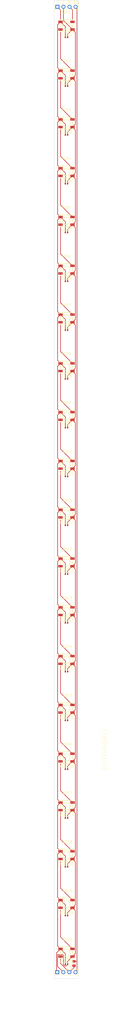
<source format=kicad_pcb>
(kicad_pcb (version 20221018) (generator pcbnew)
  (layers (0 "F.Cu" signal) (31 "B.Cu" signal) (34 "B.Paste" user) (35 "F.Paste" user) (36 "B.SilkS" user "B.Silkscreen") (37 "F.SilkS" user "F.Silkscreen") (38 "B.Mask" user) (39 "F.Mask" user) (44 "Edge.Cuts" user))
  (net 0 "")
  (net 1 "gnd")
  (net 2 "vcc")
  (net 3 "do")
  (net 4 "do-1")
  (net 5 "do-2")
  (net 6 "do-3")
  (net 7 "do-4")
  (net 8 "do-5")
  (net 9 "do-6")
  (net 10 "do-7")
  (net 11 "do-8")
  (net 12 "do-9")
  (net 13 "do-10")
  (net 14 "do-11")
  (net 15 "do-12")
  (net 16 "do-13")
  (net 17 "do-14")
  (net 18 "do-15")
  (net 19 "do-16")
  (net 20 "do-17")
  (net 21 "do-18")
  (net 22 "p4")
  (net 23 "p3")
  (net 24 "p3-1")
  (footprint "lib:C0402" (layer "F.Cu") (at 48.36569 126.844893)
    (fp_text reference "CLED4" (at 0 -1.16) (layer "F.SilkS"))
    (fp_text value "Multilayer Ceramic Capacitors MLCC - SMD/SMT 100nF 10V 0402 RoHS")
    (pad "1" smd roundrect (at -0.48 0) (size 0.56 0.62) (layers "F.Cu" "F.Paste" "F.Mask") (net 2 "vcc"))
    (pad "2" smd roundrect (at 0.48 0) (size 0.56 0.62) (layers "F.Cu" "F.Paste" "F.Mask") (net 1 "gnd"))
  )
  (footprint "lib:C0402" (layer "F.Cu") (at 48.36569 290.345941)
    (fp_text reference "CLED12" (at 0 -1.16) (layer "F.SilkS"))
    (fp_text value "Multilayer Ceramic Capacitors MLCC - SMD/SMT 100nF 10V 0402 RoHS")
    (pad "1" smd roundrect (at -0.48 0) (size 0.56 0.62) (layers "F.Cu" "F.Paste" "F.Mask") (net 2 "vcc"))
    (pad "2" smd roundrect (at 0.48 0) (size 0.56 0.62) (layers "F.Cu" "F.Paste" "F.Mask") (net 1 "gnd"))
  )
  (footprint "lib:LED-SMD_4P-L5.0-W5.0-TL" (layer "F.Cu") (at 48.36569 285.443941)
    (fp_text reference "LED12" (at 0 -5.6) (layer "F.SilkS"))
    (fp_text value "")
    (pad "1" smd rect (at -2.5 -1.6 180) (size 1.8 1) (layers "F.Cu" "F.Paste" "F.Mask") (net 2 "vcc"))
    (pad "2" smd rect (at -2.5 1.6 180) (size 1.8 1) (layers "F.Cu" "F.Paste" "F.Mask") (net 14 "do-11"))
    (pad "3" smd rect (at 2.5 1.6 180) (size 1.8 1) (layers "F.Cu" "F.Paste" "F.Mask") (net 1 "gnd"))
    (pad "4" smd rect (at 2.5 -1.6 180) (size 1.8 1) (layers "F.Cu" "F.Paste" "F.Mask") (net 13 "do-10"))
  )
  (footprint "lib:C0402" (layer "F.Cu") (at 48.36569 208.595417)
    (fp_text reference "CLED8" (at 0 -1.16) (layer "F.SilkS"))
    (fp_text value "Multilayer Ceramic Capacitors MLCC - SMD/SMT 100nF 10V 0402 RoHS")
    (pad "1" smd roundrect (at -0.48 0) (size 0.56 0.62) (layers "F.Cu" "F.Paste" "F.Mask") (net 2 "vcc"))
    (pad "2" smd roundrect (at 0.48 0) (size 0.56 0.62) (layers "F.Cu" "F.Paste" "F.Mask") (net 1 "gnd"))
  )
  (footprint "lib:C0402" (layer "F.Cu") (at 48.36569 106.407262)
    (fp_text reference "CLED3" (at 0 -1.16) (layer "F.SilkS"))
    (fp_text value "Multilayer Ceramic Capacitors MLCC - SMD/SMT 100nF 10V 0402 RoHS")
    (pad "1" smd roundrect (at -0.48 0) (size 0.56 0.62) (layers "F.Cu" "F.Paste" "F.Mask") (net 2 "vcc"))
    (pad "2" smd roundrect (at 0.48 0) (size 0.56 0.62) (layers "F.Cu" "F.Paste" "F.Mask") (net 1 "gnd"))
  )
  (footprint "lib:C0402" (layer "F.Cu") (at 48.36569 269.90831)
    (fp_text reference "CLED11" (at 0 -1.16) (layer "F.SilkS"))
    (fp_text value "Multilayer Ceramic Capacitors MLCC - SMD/SMT 100nF 10V 0402 RoHS")
    (pad "1" smd roundrect (at -0.48 0) (size 0.56 0.62) (layers "F.Cu" "F.Paste" "F.Mask") (net 2 "vcc"))
    (pad "2" smd roundrect (at 0.48 0) (size 0.56 0.62) (layers "F.Cu" "F.Paste" "F.Mask") (net 1 "gnd"))
  )
  (footprint "lib:LED-SMD_4P-L5.0-W5.0-TL" (layer "F.Cu") (at 48.36569 408.069727)
    (fp_text reference "LED18" (at 0 -5.6) (layer "F.SilkS"))
    (fp_text value "")
    (pad "1" smd rect (at -2.5 -1.6 180) (size 1.8 1) (layers "F.Cu" "F.Paste" "F.Mask") (net 2 "vcc"))
    (pad "2" smd rect (at -2.5 1.6 180) (size 1.8 1) (layers "F.Cu" "F.Paste" "F.Mask") (net 20 "do-17"))
    (pad "3" smd rect (at 2.5 1.6 180) (size 1.8 1) (layers "F.Cu" "F.Paste" "F.Mask") (net 1 "gnd"))
    (pad "4" smd rect (at 2.5 -1.6 180) (size 1.8 1) (layers "F.Cu" "F.Paste" "F.Mask") (net 19 "do-16"))
  )
  (footprint "lib:C0402" (layer "F.Cu") (at 48.36569 147.282524)
    (fp_text reference "CLED5" (at 0 -1.16) (layer "F.SilkS"))
    (fp_text value "Multilayer Ceramic Capacitors MLCC - SMD/SMT 100nF 10V 0402 RoHS")
    (pad "1" smd roundrect (at -0.48 0) (size 0.56 0.62) (layers "F.Cu" "F.Paste" "F.Mask") (net 2 "vcc"))
    (pad "2" smd roundrect (at 0.48 0) (size 0.56 0.62) (layers "F.Cu" "F.Paste" "F.Mask") (net 1 "gnd"))
  )
  (footprint "lib:LED-SMD_4P-L5.0-W5.0-TL" (layer "F.Cu") (at 48.36569 305.881572)
    (fp_text reference "LED13" (at 0 -5.6) (layer "F.SilkS"))
    (fp_text value "")
    (pad "1" smd rect (at -2.5 -1.6 180) (size 1.8 1) (layers "F.Cu" "F.Paste" "F.Mask") (net 2 "vcc"))
    (pad "2" smd rect (at -2.5 1.6 180) (size 1.8 1) (layers "F.Cu" "F.Paste" "F.Mask") (net 15 "do-12"))
    (pad "3" smd rect (at 2.5 1.6 180) (size 1.8 1) (layers "F.Cu" "F.Paste" "F.Mask") (net 1 "gnd"))
    (pad "4" smd rect (at 2.5 -1.6 180) (size 1.8 1) (layers "F.Cu" "F.Paste" "F.Mask") (net 14 "do-11"))
  )
  (footprint "lib:LED-SMD_4P-L5.0-W5.0-TL" (layer "F.Cu") (at 48.36569 244.568679)
    (fp_text reference "LED10" (at 0 -5.6) (layer "F.SilkS"))
    (fp_text value "")
    (pad "1" smd rect (at -2.5 -1.6 180) (size 1.8 1) (layers "F.Cu" "F.Paste" "F.Mask") (net 2 "vcc"))
    (pad "2" smd rect (at -2.5 1.6 180) (size 1.8 1) (layers "F.Cu" "F.Paste" "F.Mask") (net 12 "do-9"))
    (pad "3" smd rect (at 2.5 1.6 180) (size 1.8 1) (layers "F.Cu" "F.Paste" "F.Mask") (net 1 "gnd"))
    (pad "4" smd rect (at 2.5 -1.6 180) (size 1.8 1) (layers "F.Cu" "F.Paste" "F.Mask") (net 11 "do-8"))
  )
  (footprint "lib:C0402" (layer "F.Cu") (at 48.36569 412.971727)
    (fp_text reference "CLED18" (at 0 -1.16) (layer "F.SilkS"))
    (fp_text value "Multilayer Ceramic Capacitors MLCC - SMD/SMT 100nF 10V 0402 RoHS")
    (pad "1" smd roundrect (at -0.48 0) (size 0.56 0.62) (layers "F.Cu" "F.Paste" "F.Mask") (net 2 "vcc"))
    (pad "2" smd roundrect (at 0.48 0) (size 0.56 0.62) (layers "F.Cu" "F.Paste" "F.Mask") (net 1 "gnd"))
  )
  (footprint "lib:LED-SMD_4P-L5.0-W5.0-TL" (layer "F.Cu") (at 48.36569 387.632096)
    (fp_text reference "LED17" (at 0 -5.6) (layer "F.SilkS"))
    (fp_text value "")
    (pad "1" smd rect (at -2.5 -1.6 180) (size 1.8 1) (layers "F.Cu" "F.Paste" "F.Mask") (net 2 "vcc"))
    (pad "2" smd rect (at -2.5 1.6 180) (size 1.8 1) (layers "F.Cu" "F.Paste" "F.Mask") (net 19 "do-16"))
    (pad "3" smd rect (at 2.5 1.6 180) (size 1.8 1) (layers "F.Cu" "F.Paste" "F.Mask") (net 1 "gnd"))
    (pad "4" smd rect (at 2.5 -1.6 180) (size 1.8 1) (layers "F.Cu" "F.Paste" "F.Mask") (net 18 "do-15"))
  )
  (footprint "lib:LED-SMD_4P-L5.0-W5.0-TL" (layer "F.Cu") (at 48.36569 428.507358)
    (fp_text reference "LED19" (at 0 -5.6) (layer "F.SilkS"))
    (fp_text value "")
    (pad "1" smd rect (at -2.5 -1.6 180) (size 1.8 1) (layers "F.Cu" "F.Paste" "F.Mask") (net 2 "vcc"))
    (pad "2" smd rect (at -2.5 1.6 180) (size 1.8 1) (layers "F.Cu" "F.Paste" "F.Mask") (net 21 "do-18"))
    (pad "3" smd rect (at 2.5 1.6 180) (size 1.8 1) (layers "F.Cu" "F.Paste" "F.Mask") (net 1 "gnd"))
    (pad "4" smd rect (at 2.5 -1.6 180) (size 1.8 1) (layers "F.Cu" "F.Paste" "F.Mask") (net 20 "do-17"))
  )
  (footprint "lib:C0402" (layer "F.Cu") (at 48.36569 392.534096)
    (fp_text reference "CLED17" (at 0 -1.16) (layer "F.SilkS"))
    (fp_text value "Multilayer Ceramic Capacitors MLCC - SMD/SMT 100nF 10V 0402 RoHS")
    (pad "1" smd roundrect (at -0.48 0) (size 0.56 0.62) (layers "F.Cu" "F.Paste" "F.Mask") (net 2 "vcc"))
    (pad "2" smd roundrect (at 0.48 0) (size 0.56 0.62) (layers "F.Cu" "F.Paste" "F.Mask") (net 1 "gnd"))
  )
  (footprint "lib:LED-SMD_4P-L5.0-W5.0-TL" (layer "F.Cu") (at 48.36569 101.505262)
    (fp_text reference "LED3" (at 0 -5.6) (layer "F.SilkS"))
    (fp_text value "")
    (pad "1" smd rect (at -2.5 -1.6 180) (size 1.8 1) (layers "F.Cu" "F.Paste" "F.Mask") (net 2 "vcc"))
    (pad "2" smd rect (at -2.5 1.6 180) (size 1.8 1) (layers "F.Cu" "F.Paste" "F.Mask") (net 5 "do-2"))
    (pad "3" smd rect (at 2.5 1.6 180) (size 1.8 1) (layers "F.Cu" "F.Paste" "F.Mask") (net 1 "gnd"))
    (pad "4" smd rect (at 2.5 -1.6 180) (size 1.8 1) (layers "F.Cu" "F.Paste" "F.Mask") (net 4 "do-1"))
  )
  (footprint "lib:C0402" (layer "F.Cu") (at 48.36569 453.847)
    (fp_text reference "CLED20" (at 0 -1.16) (layer "F.SilkS"))
    (fp_text value "Multilayer Ceramic Capacitors MLCC - SMD/SMT 100nF 10V 0402 RoHS")
    (pad "1" smd roundrect (at -0.48 0) (size 0.56 0.62) (layers "F.Cu" "F.Paste" "F.Mask") (net 2 "vcc"))
    (pad "2" smd roundrect (at 0.48 0) (size 0.56 0.62) (layers "F.Cu" "F.Paste" "F.Mask") (net 1 "gnd"))
  )
  (footprint "lib:C0402" (layer "F.Cu") (at 48.36569 229.033048)
    (fp_text reference "CLED9" (at 0 -1.16) (layer "F.SilkS"))
    (fp_text value "Multilayer Ceramic Capacitors MLCC - SMD/SMT 100nF 10V 0402 RoHS")
    (pad "1" smd roundrect (at -0.48 0) (size 0.56 0.62) (layers "F.Cu" "F.Paste" "F.Mask") (net 2 "vcc"))
    (pad "2" smd roundrect (at 0.48 0) (size 0.56 0.62) (layers "F.Cu" "F.Paste" "F.Mask") (net 1 "gnd"))
  )
  (footprint "lib:LED-SMD_4P-L5.0-W5.0-TL" (layer "F.Cu") (at 48.36569 326.319203)
    (fp_text reference "LED14" (at 0 -5.6) (layer "F.SilkS"))
    (fp_text value "")
    (pad "1" smd rect (at -2.5 -1.6 180) (size 1.8 1) (layers "F.Cu" "F.Paste" "F.Mask") (net 2 "vcc"))
    (pad "2" smd rect (at -2.5 1.6 180) (size 1.8 1) (layers "F.Cu" "F.Paste" "F.Mask") (net 16 "do-13"))
    (pad "3" smd rect (at 2.5 1.6 180) (size 1.8 1) (layers "F.Cu" "F.Paste" "F.Mask") (net 1 "gnd"))
    (pad "4" smd rect (at 2.5 -1.6 180) (size 1.8 1) (layers "F.Cu" "F.Paste" "F.Mask") (net 15 "do-12"))
  )
  (footprint "lib:LED-SMD_4P-L5.0-W5.0-TL" (layer "F.Cu") (at 48.36569 346.756834)
    (fp_text reference "LED15" (at 0 -5.6) (layer "F.SilkS"))
    (fp_text value "")
    (pad "1" smd rect (at -2.5 -1.6 180) (size 1.8 1) (layers "F.Cu" "F.Paste" "F.Mask") (net 2 "vcc"))
    (pad "2" smd rect (at -2.5 1.6 180) (size 1.8 1) (layers "F.Cu" "F.Paste" "F.Mask") (net 17 "do-14"))
    (pad "3" smd rect (at 2.5 1.6 180) (size 1.8 1) (layers "F.Cu" "F.Paste" "F.Mask") (net 1 "gnd"))
    (pad "4" smd rect (at 2.5 -1.6 180) (size 1.8 1) (layers "F.Cu" "F.Paste" "F.Mask") (net 16 "do-13"))
  )
  (footprint "lib:C0402" (layer "F.Cu") (at 48.36569 249.470679)
    (fp_text reference "CLED10" (at 0 -1.16) (layer "F.SilkS"))
    (fp_text value "Multilayer Ceramic Capacitors MLCC - SMD/SMT 100nF 10V 0402 RoHS")
    (pad "1" smd roundrect (at -0.48 0) (size 0.56 0.62) (layers "F.Cu" "F.Paste" "F.Mask") (net 2 "vcc"))
    (pad "2" smd roundrect (at 0.48 0) (size 0.56 0.62) (layers "F.Cu" "F.Paste" "F.Mask") (net 1 "gnd"))
  )
  (footprint "lib:LED-SMD_4P-L5.0-W5.0-TL" (layer "F.Cu") (at 48.36569 367.194465)
    (fp_text reference "LED16" (at 0 -5.6) (layer "F.SilkS"))
    (fp_text value "")
    (pad "1" smd rect (at -2.5 -1.6 180) (size 1.8 1) (layers "F.Cu" "F.Paste" "F.Mask") (net 2 "vcc"))
    (pad "2" smd rect (at -2.5 1.6 180) (size 1.8 1) (layers "F.Cu" "F.Paste" "F.Mask") (net 18 "do-15"))
    (pad "3" smd rect (at 2.5 1.6 180) (size 1.8 1) (layers "F.Cu" "F.Paste" "F.Mask") (net 1 "gnd"))
    (pad "4" smd rect (at 2.5 -1.6 180) (size 1.8 1) (layers "F.Cu" "F.Paste" "F.Mask") (net 17 "do-14"))
  )
  (footprint "lib:LED-SMD_4P-L5.0-W5.0-TL" (layer "F.Cu") (at 48.36569 60.63)
    (fp_text reference "LED1" (at 0 -5.6) (layer "F.SilkS"))
    (fp_text value "")
    (pad "1" smd rect (at -2.5 -1.6 180) (size 1.8 1) (layers "F.Cu" "F.Paste" "F.Mask") (net 2 "vcc"))
    (pad "2" smd rect (at -2.5 1.6 180) (size 1.8 1) (layers "F.Cu" "F.Paste" "F.Mask") (net 3 "do"))
    (pad "3" smd rect (at 2.5 1.6 180) (size 1.8 1) (layers "F.Cu" "F.Paste" "F.Mask") (net 1 "gnd"))
    (pad "4" smd rect (at 2.5 -1.6 180) (size 1.8 1) (layers "F.Cu" "F.Paste" "F.Mask") (net 23 "p3"))
  )
  (footprint "lib:LED-SMD_4P-L5.0-W5.0-TL" (layer "F.Cu") (at 48.36569 224.131048)
    (fp_text reference "LED9" (at 0 -5.6) (layer "F.SilkS"))
    (fp_text value "")
    (pad "1" smd rect (at -2.5 -1.6 180) (size 1.8 1) (layers "F.Cu" "F.Paste" "F.Mask") (net 2 "vcc"))
    (pad "2" smd rect (at -2.5 1.6 180) (size 1.8 1) (layers "F.Cu" "F.Paste" "F.Mask") (net 11 "do-8"))
    (pad "3" smd rect (at 2.5 1.6 180) (size 1.8 1) (layers "F.Cu" "F.Paste" "F.Mask") (net 1 "gnd"))
    (pad "4" smd rect (at 2.5 -1.6 180) (size 1.8 1) (layers "F.Cu" "F.Paste" "F.Mask") (net 10 "do-7"))
  )
  (footprint "lib:LED-SMD_4P-L5.0-W5.0-TL" (layer "F.Cu") (at 48.36569 81.067631)
    (fp_text reference "LED2" (at 0 -5.6) (layer "F.SilkS"))
    (fp_text value "")
    (pad "1" smd rect (at -2.5 -1.6 180) (size 1.8 1) (layers "F.Cu" "F.Paste" "F.Mask") (net 2 "vcc"))
    (pad "2" smd rect (at -2.5 1.6 180) (size 1.8 1) (layers "F.Cu" "F.Paste" "F.Mask") (net 4 "do-1"))
    (pad "3" smd rect (at 2.5 1.6 180) (size 1.8 1) (layers "F.Cu" "F.Paste" "F.Mask") (net 1 "gnd"))
    (pad "4" smd rect (at 2.5 -1.6 180) (size 1.8 1) (layers "F.Cu" "F.Paste" "F.Mask") (net 3 "do"))
  )
  (footprint "lib:C0402" (layer "F.Cu") (at 48.36569 167.720155)
    (fp_text reference "CLED6" (at 0 -1.16) (layer "F.SilkS"))
    (fp_text value "Multilayer Ceramic Capacitors MLCC - SMD/SMT 100nF 10V 0402 RoHS")
    (pad "1" smd roundrect (at -0.48 0) (size 0.56 0.62) (layers "F.Cu" "F.Paste" "F.Mask") (net 2 "vcc"))
    (pad "2" smd roundrect (at 0.48 0) (size 0.56 0.62) (layers "F.Cu" "F.Paste" "F.Mask") (net 1 "gnd"))
  )
  (footprint "lib:C0402" (layer "F.Cu") (at 48.36569 65.532)
    (fp_text reference "CLED1" (at 0 -1.16) (layer "F.SilkS"))
    (fp_text value "Multilayer Ceramic Capacitors MLCC - SMD/SMT 100nF 10V 0402 RoHS")
    (pad "1" smd roundrect (at -0.48 0) (size 0.56 0.62) (layers "F.Cu" "F.Paste" "F.Mask") (net 2 "vcc"))
    (pad "2" smd roundrect (at 0.48 0) (size 0.56 0.62) (layers "F.Cu" "F.Paste" "F.Mask") (net 1 "gnd"))
  )
  (footprint "lib:LED-SMD_4P-L5.0-W5.0-TL" (layer "F.Cu") (at 48.36569 183.255786)
    (fp_text reference "LED7" (at 0 -5.6) (layer "F.SilkS"))
    (fp_text value "")
    (pad "1" smd rect (at -2.5 -1.6 180) (size 1.8 1) (layers "F.Cu" "F.Paste" "F.Mask") (net 2 "vcc"))
    (pad "2" smd rect (at -2.5 1.6 180) (size 1.8 1) (layers "F.Cu" "F.Paste" "F.Mask") (net 9 "do-6"))
    (pad "3" smd rect (at 2.5 1.6 180) (size 1.8 1) (layers "F.Cu" "F.Paste" "F.Mask") (net 1 "gnd"))
    (pad "4" smd rect (at 2.5 -1.6 180) (size 1.8 1) (layers "F.Cu" "F.Paste" "F.Mask") (net 8 "do-5"))
  )
  (footprint "lib:C0402" (layer "F.Cu") (at 48.36569 351.658834)
    (fp_text reference "CLED15" (at 0 -1.16) (layer "F.SilkS"))
    (fp_text value "Multilayer Ceramic Capacitors MLCC - SMD/SMT 100nF 10V 0402 RoHS")
    (pad "1" smd roundrect (at -0.48 0) (size 0.56 0.62) (layers "F.Cu" "F.Paste" "F.Mask") (net 2 "vcc"))
    (pad "2" smd roundrect (at 0.48 0) (size 0.56 0.62) (layers "F.Cu" "F.Paste" "F.Mask") (net 1 "gnd"))
  )
  (footprint "lib:C0402" (layer "F.Cu") (at 48.36569 310.783572)
    (fp_text reference "CLED13" (at 0 -1.16) (layer "F.SilkS"))
    (fp_text value "Multilayer Ceramic Capacitors MLCC - SMD/SMT 100nF 10V 0402 RoHS")
    (pad "1" smd roundrect (at -0.48 0) (size 0.56 0.62) (layers "F.Cu" "F.Paste" "F.Mask") (net 2 "vcc"))
    (pad "2" smd roundrect (at 0.48 0) (size 0.56 0.62) (layers "F.Cu" "F.Paste" "F.Mask") (net 1 "gnd"))
  )
  (footprint "lib:LED-SMD_4P-L5.0-W5.0-TL" (layer "F.Cu") (at 48.36569 265.00631)
    (fp_text reference "LED11" (at 0 -5.6) (layer "F.SilkS"))
    (fp_text value "")
    (pad "1" smd rect (at -2.5 -1.6 180) (size 1.8 1) (layers "F.Cu" "F.Paste" "F.Mask") (net 2 "vcc"))
    (pad "2" smd rect (at -2.5 1.6 180) (size 1.8 1) (layers "F.Cu" "F.Paste" "F.Mask") (net 13 "do-10"))
    (pad "3" smd rect (at 2.5 1.6 180) (size 1.8 1) (layers "F.Cu" "F.Paste" "F.Mask") (net 1 "gnd"))
    (pad "4" smd rect (at 2.5 -1.6 180) (size 1.8 1) (layers "F.Cu" "F.Paste" "F.Mask") (net 12 "do-9"))
  )
  (footprint "lib:LED-SMD_4P-L5.0-W5.0-TL" (layer "F.Cu") (at 48.36569 448.945)
    (fp_text reference "LED20" (at 0 -5.6) (layer "F.SilkS"))
    (fp_text value "")
    (pad "1" smd rect (at -2.5 -1.6 180) (size 1.8 1) (layers "F.Cu" "F.Paste" "F.Mask") (net 2 "vcc"))
    (pad "2" smd rect (at -2.5 1.6 180) (size 1.8 1) (layers "F.Cu" "F.Paste" "F.Mask") (net 24 "p3-1"))
    (pad "3" smd rect (at 2.5 1.6 180) (size 1.8 1) (layers "F.Cu" "F.Paste" "F.Mask") (net 1 "gnd"))
    (pad "4" smd rect (at 2.5 -1.6 180) (size 1.8 1) (layers "F.Cu" "F.Paste" "F.Mask") (net 21 "do-18"))
  )
  (footprint "Connector_PinHeader_2.54mm:PinHeader_1x04_P2.54mm_Vertical" (layer "F.Cu") (at 44.5008 457.1238 90)
    (fp_text reference "U2" hide)
    (fp_text value "")
    (pad "1" thru_hole rect (at 0 0 90) (size 1.7 1.7) (drill 1) (layers "*.Cu" "*.Mask") (net 2 "vcc"))
    (pad "2" thru_hole oval (at 0 2.54 90) (size 1.7 1.7) (drill 1) (layers "*.Cu" "*.Mask") (net 1 "gnd"))
    (pad "3" thru_hole oval (at 0 5.08 90) (size 1.7 1.7) (drill 1) (layers "*.Cu" "*.Mask") (net 24 "p3-1"))
    (pad "4" thru_hole oval (at 0 7.62 90) (size 1.7 1.7) (drill 1) (layers "*.Cu" "*.Mask") (net 22 "p4"))
  )
  (footprint "lib:C0402" (layer "F.Cu") (at 48.36569 85.969631)
    (fp_text reference "CLED2" (at 0 -1.16) (layer "F.SilkS"))
    (fp_text value "Multilayer Ceramic Capacitors MLCC - SMD/SMT 100nF 10V 0402 RoHS")
    (pad "1" smd roundrect (at -0.48 0) (size 0.56 0.62) (layers "F.Cu" "F.Paste" "F.Mask") (net 2 "vcc"))
    (pad "2" smd roundrect (at 0.48 0) (size 0.56 0.62) (layers "F.Cu" "F.Paste" "F.Mask") (net 1 "gnd"))
  )
  (footprint "lib:C0402" (layer "F.Cu") (at 48.36569 433.409358)
    (fp_text reference "CLED19" (at 0 -1.16) (layer "F.SilkS"))
    (fp_text value "Multilayer Ceramic Capacitors MLCC - SMD/SMT 100nF 10V 0402 RoHS")
    (pad "1" smd roundrect (at -0.48 0) (size 0.56 0.62) (layers "F.Cu" "F.Paste" "F.Mask") (net 2 "vcc"))
    (pad "2" smd roundrect (at 0.48 0) (size 0.56 0.62) (layers "F.Cu" "F.Paste" "F.Mask") (net 1 "gnd"))
  )
  (footprint "Connector_PinHeader_2.54mm:PinHeader_1x04_P2.54mm_Vertical" (layer "F.Cu") (at 44.5516 52.7304 90)
    (fp_text reference "U1" hide)
    (fp_text value "")
    (pad "1" thru_hole rect (at 0 0 90) (size 1.7 1.7) (drill 1) (layers "*.Cu" "*.Mask") (net 2 "vcc"))
    (pad "2" thru_hole oval (at 0 2.54 90) (size 1.7 1.7) (drill 1) (layers "*.Cu" "*.Mask") (net 1 "gnd"))
    (pad "3" thru_hole oval (at 0 5.08 90) (size 1.7 1.7) (drill 1) (layers "*.Cu" "*.Mask") (net 23 "p3"))
    (pad "4" thru_hole oval (at 0 7.62 90) (size 1.7 1.7) (drill 1) (layers "*.Cu" "*.Mask") (net 22 "p4"))
  )
  (footprint "lib:C0402" (layer "F.Cu") (at 48.36569 331.221203)
    (fp_text reference "CLED14" (at 0 -1.16) (layer "F.SilkS"))
    (fp_text value "Multilayer Ceramic Capacitors MLCC - SMD/SMT 100nF 10V 0402 RoHS")
    (pad "1" smd roundrect (at -0.48 0) (size 0.56 0.62) (layers "F.Cu" "F.Paste" "F.Mask") (net 2 "vcc"))
    (pad "2" smd roundrect (at 0.48 0) (size 0.56 0.62) (layers "F.Cu" "F.Paste" "F.Mask") (net 1 "gnd"))
  )
  (footprint "lib:R0805" (layer "F.Cu") (at 51.5112 453.4662 90)
    (fp_text reference "R1" (at -0.7874 -1.6256 90) (layer "F.SilkS"))
    (fp_text value "Chip Resistor - Surface Mount 100Ohms ±5% 1/8W 0805 RoHS")
    (pad "1" smd roundrect (at -0.9125 0 90) (size 1.025 1.4) (layers "F.Cu" "F.Paste" "F.Mask") (roundrect_rratio 0.243902) (net 24 "p3-1"))
    (pad "2" smd roundrect (at 0.9125 0 90) (size 1.025 1.4) (layers "F.Cu" "F.Paste" "F.Mask") (roundrect_rratio 0.243902) (net 22 "p4"))
  )
  (footprint "lib:LED-SMD_4P-L5.0-W5.0-TL" (layer "F.Cu") (at 48.36569 121.942893)
    (fp_text reference "LED4" (at 0 -5.6) (layer "F.SilkS"))
    (fp_text value "")
    (pad "1" smd rect (at -2.5 -1.6 180) (size 1.8 1) (layers "F.Cu" "F.Paste" "F.Mask") (net 2 "vcc"))
    (pad "2" smd rect (at -2.5 1.6 180) (size 1.8 1) (layers "F.Cu" "F.Paste" "F.Mask") (net 6 "do-3"))
    (pad "3" smd rect (at 2.5 1.6 180) (size 1.8 1) (layers "F.Cu" "F.Paste" "F.Mask") (net 1 "gnd"))
    (pad "4" smd rect (at 2.5 -1.6 180) (size 1.8 1) (layers "F.Cu" "F.Paste" "F.Mask") (net 5 "do-2"))
  )
  (footprint "lib:LED-SMD_4P-L5.0-W5.0-TL" (layer "F.Cu") (at 48.36569 162.818155)
    (fp_text reference "LED6" (at 0 -5.6) (layer "F.SilkS"))
    (fp_text value "")
    (pad "1" smd rect (at -2.5 -1.6 180) (size 1.8 1) (layers "F.Cu" "F.Paste" "F.Mask") (net 2 "vcc"))
    (pad "2" smd rect (at -2.5 1.6 180) (size 1.8 1) (layers "F.Cu" "F.Paste" "F.Mask") (net 8 "do-5"))
    (pad "3" smd rect (at 2.5 1.6 180) (size 1.8 1) (layers "F.Cu" "F.Paste" "F.Mask") (net 1 "gnd"))
    (pad "4" smd rect (at 2.5 -1.6 180) (size 1.8 1) (layers "F.Cu" "F.Paste" "F.Mask") (net 7 "do-4"))
  )
  (footprint "lib:C0402" (layer "F.Cu") (at 48.36569 372.096465)
    (fp_text reference "CLED16" (at 0 -1.16) (layer "F.SilkS"))
    (fp_text value "Multilayer Ceramic Capacitors MLCC - SMD/SMT 100nF 10V 0402 RoHS")
    (pad "1" smd roundrect (at -0.48 0) (size 0.56 0.62) (layers "F.Cu" "F.Paste" "F.Mask") (net 2 "vcc"))
    (pad "2" smd roundrect (at 0.48 0) (size 0.56 0.62) (layers "F.Cu" "F.Paste" "F.Mask") (net 1 "gnd"))
  )
  (footprint "lib:C0402" (layer "F.Cu") (at 48.36569 188.157786)
    (fp_text reference "CLED7" (at 0 -1.16) (layer "F.SilkS"))
    (fp_text value "Multilayer Ceramic Capacitors MLCC - SMD/SMT 100nF 10V 0402 RoHS")
    (pad "1" smd roundrect (at -0.48 0) (size 0.56 0.62) (layers "F.Cu" "F.Paste" "F.Mask") (net 2 "vcc"))
    (pad "2" smd roundrect (at 0.48 0) (size 0.56 0.62) (layers "F.Cu" "F.Paste" "F.Mask") (net 1 "gnd"))
  )
  (footprint "lib:LED-SMD_4P-L5.0-W5.0-TL" (layer "F.Cu") (at 48.36569 203.693417)
    (fp_text reference "LED8" (at 0 -5.6) (layer "F.SilkS"))
    (fp_text value "")
    (pad "1" smd rect (at -2.5 -1.6 180) (size 1.8 1) (layers "F.Cu" "F.Paste" "F.Mask") (net 2 "vcc"))
    (pad "2" smd rect (at -2.5 1.6 180) (size 1.8 1) (layers "F.Cu" "F.Paste" "F.Mask") (net 10 "do-7"))
    (pad "3" smd rect (at 2.5 1.6 180) (size 1.8 1) (layers "F.Cu" "F.Paste" "F.Mask") (net 1 "gnd"))
    (pad "4" smd rect (at 2.5 -1.6 180) (size 1.8 1) (layers "F.Cu" "F.Paste" "F.Mask") (net 9 "do-6"))
  )
  (footprint "lib:LED-SMD_4P-L5.0-W5.0-TL" (layer "F.Cu") (at 48.36569 142.380524)
    (fp_text reference "LED5" (at 0 -5.6) (layer "F.SilkS"))
    (fp_text value "")
    (pad "1" smd rect (at -2.5 -1.6 180) (size 1.8 1) (layers "F.Cu" "F.Paste" "F.Mask") (net 2 "vcc"))
    (pad "2" smd rect (at -2.5 1.6 180) (size 1.8 1) (layers "F.Cu" "F.Paste" "F.Mask") (net 7 "do-4"))
    (pad "3" smd rect (at 2.5 1.6 180) (size 1.8 1) (layers "F.Cu" "F.Paste" "F.Mask") (net 1 "gnd"))
    (pad "4" smd rect (at 2.5 -1.6 180) (size 1.8 1) (layers "F.Cu" "F.Paste" "F.Mask") (net 6 "do-3"))
  )
  (gr_rect (start 43.18 50.0634) (end 53.34 459.74) (stroke (width 0.1)) (fill none) (layer "Edge.Cuts"))
  (gr_text "DI" (at 48.8442 51.3334) (layer "F.SilkS") (effects (font (size 1 1)) (justify left bottom)))
  (gr_text "V" (at 44.0944 51.5366) (layer "F.SilkS") (effects (font (size 1 1)) (justify left bottom)))
  (gr_text "G" (at 46.4312 51.3334) (layer "F.SilkS") (effects (font (size 1 1)) (justify left bottom)))
  (gr_text "{{GITHASH}}" (at 65.532 372.8212 90) (layer "F.SilkS") (effects (font (size 2 2) (thickness 0.1)) (justify left bottom)))
  (gr_text "DO" (at 51.1302 51.3588) (layer "F.SilkS") (effects (font (size 1 1)) (justify left bottom)))
  (segment (start 48.84569 433.409358) (end 48.84569 432.127358) (width 0.25) (layer "F.Cu") (net 1))
  (segment (start 48.84569 227.751048) (end 50.86569 225.731048) (width 0.25) (layer "F.Cu") (net 1))
  (segment (start 52.09069 101.880262) (end 50.86569 103.105262) (width 0.25) (layer "F.Cu") (net 1))
  (segment (start 52.09069 165.643155) (end 52.09069 183.630786) (width 0.25) (layer "F.Cu") (net 1))
  (segment (start 48.84569 432.127358) (end 50.86569 430.107358) (width 0.25) (layer "F.Cu") (net 1))
  (segment (start 50.86569 389.232096) (end 52.09069 390.457096) (width 0.25) (layer "F.Cu") (net 1))
  (segment (start 52.09069 206.518417) (end 52.09069 224.506048) (width 0.25) (layer "F.Cu") (net 1))
  (segment (start 44.6278 454.7108) (end 47.0408 457.1238) (width 0.25) (layer "F.Cu") (net 1))
  (segment (start 50.86569 246.168679) (end 52.09069 247.393679) (width 0.25) (layer "F.Cu") (net 1))
  (segment (start 50.86569 368.794465) (end 52.09069 370.019465) (width 0.25) (layer "F.Cu") (net 1))
  (segment (start 48.84569 229.033048) (end 48.84569 227.751048) (width 0.25) (layer "F.Cu") (net 1))
  (segment (start 52.09069 247.393679) (end 52.09069 265.38131) (width 0.25) (layer "F.Cu") (net 1))
  (segment (start 52.09069 104.330262) (end 52.09069 122.317893) (width 0.25) (layer "F.Cu") (net 1))
  (segment (start 50.86569 225.731048) (end 52.09069 226.956048) (width 0.25) (layer "F.Cu") (net 1))
  (segment (start 48.84569 290.345941) (end 48.84569 289.063941) (width 0.25) (layer "F.Cu") (net 1))
  (segment (start 52.09069 244.943679) (end 50.86569 246.168679) (width 0.25) (layer "F.Cu") (net 1))
  (segment (start 52.09069 329.144203) (end 52.09069 347.131834) (width 0.25) (layer "F.Cu") (net 1))
  (segment (start 52.09069 408.444727) (end 50.86569 409.669727) (width 0.25) (layer "F.Cu") (net 1))
  (segment (start 48.84569 309.501572) (end 50.86569 307.481572) (width 0.25) (layer "F.Cu") (net 1))
  (segment (start 48.84569 411.689727) (end 50.86569 409.669727) (width 0.25) (layer "F.Cu") (net 1))
  (segment (start 48.84569 452.565) (end 50.86569 450.545) (width 0.25) (layer "F.Cu") (net 1))
  (segment (start 52.09069 204.068417) (end 50.86569 205.293417) (width 0.25) (layer "F.Cu") (net 1))
  (segment (start 52.09069 163.193155) (end 50.86569 164.418155) (width 0.25) (layer "F.Cu") (net 1))
  (segment (start 50.86569 123.542893) (end 52.09069 124.767893) (width 0.25) (layer "F.Cu") (net 1))
  (segment (start 48.84569 167.720155) (end 48.84569 166.438155) (width 0.25) (layer "F.Cu") (net 1))
  (segment (start 48.84569 146.000524) (end 50.86569 143.980524) (width 0.25) (layer "F.Cu") (net 1))
  (segment (start 50.86569 287.043941) (end 52.09069 288.268941) (width 0.25) (layer "F.Cu") (net 1))
  (segment (start 47.5486 454.482) (end 47.09069 454.02409) (width 0.25) (layer "F.Cu") (net 1))
  (segment (start 52.09069 349.581834) (end 52.09069 367.569465) (width 0.25) (layer "F.Cu") (net 1))
  (segment (start 48.22218 454.482) (end 47.5486 454.482) (width 0.25) (layer "F.Cu") (net 1))
  (segment (start 48.84569 331.221203) (end 48.84569 329.939203) (width 0.25) (layer "F.Cu") (net 1))
  (segment (start 48.84569 166.438155) (end 50.86569 164.418155) (width 0.25) (layer "F.Cu") (net 1))
  (segment (start 48.84569 65.532) (end 48.84569 64.25) (width 0.25) (layer "F.Cu") (net 1))
  (segment (start 52.09069 124.767893) (end 52.09069 142.755524) (width 0.25) (layer "F.Cu") (net 1))
  (segment (start 48.84569 64.25) (end 50.86569 62.23) (width 0.25) (layer "F.Cu") (net 1))
  (segment (start 52.09069 367.569465) (end 50.86569 368.794465) (width 0.25) (layer "F.Cu") (net 1))
  (segment (start 52.09069 347.131834) (end 50.86569 348.356834) (width 0.25) (layer "F.Cu") (net 1))
  (segment (start 52.09069 81.442631) (end 50.86569 82.667631) (width 0.25) (layer "F.Cu") (net 1))
  (segment (start 52.09069 308.706572) (end 52.09069 326.694203) (width 0.25) (layer "F.Cu") (net 1))
  (segment (start 47.09069 449.72) (end 44.64069 449.72) (width 0.25) (layer "F.Cu") (net 1))
  (segment (start 52.09069 224.506048) (end 50.86569 225.731048) (width 0.25) (layer "F.Cu") (net 1))
  (segment (start 48.84569 391.252096) (end 50.86569 389.232096) (width 0.25) (layer "F.Cu") (net 1))
  (segment (start 48.84569 453.85849) (end 48.22218 454.482) (width 0.25) (layer "F.Cu") (net 1))
  (segment (start 48.84569 453.847) (end 48.84569 453.85849) (width 0.25) (layer "F.Cu") (net 1))
  (segment (start 52.09069 267.83131) (end 52.09069 285.818941) (width 0.25) (layer "F.Cu") (net 1))
  (segment (start 50.86569 266.60631) (end 52.09069 267.83131) (width 0.25) (layer "F.Cu") (net 1))
  (segment (start 50.86569 164.418155) (end 52.09069 165.643155) (width 0.25) (layer "F.Cu") (net 1))
  (segment (start 50.86569 205.293417) (end 52.09069 206.518417) (width 0.25) (layer "F.Cu") (net 1))
  (segment (start 50.86569 430.107358) (end 52.09069 431.332358) (width 0.25) (layer "F.Cu") (net 1))
  (segment (start 52.09069 122.317893) (end 50.86569 123.542893) (width 0.25) (layer "F.Cu") (net 1))
  (segment (start 48.84569 207.313417) (end 50.86569 205.293417) (width 0.25) (layer "F.Cu") (net 1))
  (segment (start 50.86569 143.980524) (end 52.09069 145.205524) (width 0.25) (layer "F.Cu") (net 1))
  (segment (start 48.84569 372.096465) (end 48.84569 370.814465) (width 0.25) (layer "F.Cu") (net 1))
  (segment (start 48.84569 126.844893) (end 48.84569 125.562893) (width 0.25) (layer "F.Cu") (net 1))
  (segment (start 48.84569 392.534096) (end 48.84569 391.252096) (width 0.25) (layer "F.Cu") (net 1))
  (segment (start 52.09069 388.007096) (end 50.86569 389.232096) (width 0.25) (layer "F.Cu") (net 1))
  (segment (start 44.64069 449.72) (end 44.6278 449.73289) (width 0.25) (layer "F.Cu") (net 1))
  (segment (start 48.84569 208.595417) (end 48.84569 207.313417) (width 0.25) (layer "F.Cu") (net 1))
  (segment (start 52.09069 285.818941) (end 50.86569 287.043941) (width 0.25) (layer "F.Cu") (net 1))
  (segment (start 52.09069 431.332358) (end 52.09069 449.32) (width 0.25) (layer "F.Cu") (net 1))
  (segment (start 50.86569 184.855786) (end 52.09069 186.080786) (width 0.25) (layer "F.Cu") (net 1))
  (segment (start 48.84569 269.90831) (end 48.84569 268.62631) (width 0.25) (layer "F.Cu") (net 1))
  (segment (start 52.09069 183.630786) (end 50.86569 184.855786) (width 0.25) (layer "F.Cu") (net 1))
  (segment (start 50.86569 103.105262) (end 52.09069 104.330262) (width 0.25) (layer "F.Cu") (net 1))
  (segment (start 48.84569 268.62631) (end 50.86569 266.60631) (width 0.25) (layer "F.Cu") (net 1))
  (segment (start 48.84569 85.969631) (end 48.84569 84.687631) (width 0.25) (layer "F.Cu") (net 1))
  (segment (start 48.84569 186.875786) (end 50.86569 184.855786) (width 0.25) (layer "F.Cu") (net 1))
  (segment (start 48.84569 106.407262) (end 48.84569 105.125262) (width 0.25) (layer "F.Cu") (net 1))
  (segment (start 52.09069 226.956048) (end 52.09069 244.943679) (width 0.25) (layer "F.Cu") (net 1))
  (segment (start 50.86569 82.667631) (end 52.09069 83.892631) (width 0.25) (layer "F.Cu") (net 1))
  (segment (start 48.84569 310.783572) (end 48.84569 309.501572) (width 0.25) (layer "F.Cu") (net 1))
  (segment (start 48.84569 412.971727) (end 48.84569 411.689727) (width 0.25) (layer "F.Cu") (net 1))
  (segment (start 52.09069 306.256572) (end 50.86569 307.481572) (width 0.25) (layer "F.Cu") (net 1))
  (segment (start 48.84569 147.282524) (end 48.84569 146.000524) (width 0.25) (layer "F.Cu") (net 1))
  (segment (start 52.09069 145.205524) (end 52.09069 163.193155) (width 0.25) (layer "F.Cu") (net 1))
  (segment (start 50.86569 348.356834) (end 52.09069 349.581834) (width 0.25) (layer "F.Cu") (net 1))
  (segment (start 44.6278 449.73289) (end 44.6278 454.7108) (width 0.25) (layer "F.Cu") (net 1))
  (segment (start 48.84569 84.687631) (end 50.86569 82.667631) (width 0.25) (layer "F.Cu") (net 1))
  (segment (start 50.86569 307.481572) (end 52.09069 308.706572) (width 0.25) (layer "F.Cu") (net 1))
  (segment (start 50.86569 62.23) (end 52.09069 63.455) (width 0.25) (layer "F.Cu") (net 1))
  (segment (start 52.09069 83.892631) (end 52.09069 101.880262) (width 0.25) (layer "F.Cu") (net 1))
  (segment (start 52.09069 410.894727) (end 52.09069 428.882358) (width 0.25) (layer "F.Cu") (net 1))
  (segment (start 50.86569 327.919203) (end 52.09069 329.144203) (width 0.25) (layer "F.Cu") (net 1))
  (segment (start 52.09069 370.019465) (end 52.09069 388.007096) (width 0.25) (layer "F.Cu") (net 1))
  (segment (start 47.09069 454.02409) (end 47.09069 449.72) (width 0.25) (layer "F.Cu") (net 1))
  (segment (start 48.84569 188.157786) (end 48.84569 186.875786) (width 0.25) (layer "F.Cu") (net 1))
  (segment (start 50.86569 409.669727) (end 52.09069 410.894727) (width 0.25) (layer "F.Cu") (net 1))
  (segment (start 52.09069 142.755524) (end 50.86569 143.980524) (width 0.25) (layer "F.Cu") (net 1))
  (segment (start 48.84569 289.063941) (end 50.86569 287.043941) (width 0.25) (layer "F.Cu") (net 1))
  (segment (start 48.84569 248.188679) (end 50.86569 246.168679) (width 0.25) (layer "F.Cu") (net 1))
  (segment (start 48.84569 351.658834) (end 48.84569 350.376834) (width 0.25) (layer "F.Cu") (net 1))
  (segment (start 52.09069 186.080786) (end 52.09069 204.068417) (width 0.25) (layer "F.Cu") (net 1))
  (segment (start 52.09069 63.455) (end 52.09069 81.442631) (width 0.25) (layer "F.Cu") (net 1))
  (segment (start 52.09069 428.882358) (end 50.86569 430.107358) (width 0.25) (layer "F.Cu") (net 1))
  (segment (start 52.09069 326.694203) (end 50.86569 327.919203) (width 0.25) (layer "F.Cu") (net 1))
  (segment (start 48.84569 370.814465) (end 50.86569 368.794465) (width 0.25) (layer "F.Cu") (net 1))
  (segment (start 52.09069 449.32) (end 50.86569 450.545) (width 0.25) (layer "F.Cu") (net 1))
  (segment (start 52.09069 390.457096) (end 52.09069 408.444727) (width 0.25) (layer "F.Cu") (net 1))
  (segment (start 48.84569 453.847) (end 48.84569 452.565) (width 0.25) (layer "F.Cu") (net 1))
  (segment (start 48.84569 350.376834) (end 50.86569 348.356834) (width 0.25) (layer "F.Cu") (net 1))
  (segment (start 52.09069 288.268941) (end 52.09069 306.256572) (width 0.25) (layer "F.Cu") (net 1))
  (segment (start 48.84569 329.939203) (end 50.86569 327.919203) (width 0.25) (layer "F.Cu") (net 1))
  (segment (start 48.84569 105.125262) (end 50.86569 103.105262) (width 0.25) (layer "F.Cu") (net 1))
  (segment (start 52.09069 265.38131) (end 50.86569 266.60631) (width 0.25) (layer "F.Cu") (net 1))
  (segment (start 50.86569 62.23) (end 47.0916 58.45591) (width 0.25) (layer "F.Cu") (net 1))
  (segment (start 48.84569 125.562893) (end 50.86569 123.542893) (width 0.25) (layer "F.Cu") (net 1))
  (segment (start 48.84569 249.470679) (end 48.84569 248.188679) (width 0.25) (layer "F.Cu") (net 1))
  (segment (start 47.0916 58.45591) (end 47.0916 52.7304) (width 0.25) (layer "F.Cu") (net 1))
  (segment (start 45.86569 99.905262) (end 47.88569 101.925262) (width 0.25) (layer "F.Cu") (net 2))
  (segment (start 45.86569 324.719203) (end 44.64069 325.944203) (width 0.25) (layer "F.Cu") (net 2))
  (segment (start 47.88569 204.113417) (end 47.88569 208.595417) (width 0.25) (layer "F.Cu") (net 2))
  (segment (start 47.88569 183.675786) (end 47.88569 188.157786) (width 0.25) (layer "F.Cu") (net 2))
  (segment (start 44.64069 364.369465) (end 45.86569 365.594465) (width 0.25) (layer "F.Cu") (net 2))
  (segment (start 45.86569 324.719203) (end 47.88569 326.739203) (width 0.25) (layer "F.Cu") (net 2))
  (segment (start 44.64069 264.63131) (end 44.64069 282.618941) (width 0.25) (layer "F.Cu") (net 2))
  (segment (start 45.86569 120.342893) (end 47.88569 122.362893) (width 0.25) (layer "F.Cu") (net 2))
  (segment (start 44.64069 282.618941) (end 45.86569 283.843941) (width 0.25) (layer "F.Cu") (net 2))
  (segment (start 45.86569 304.281572) (end 44.64069 305.506572) (width 0.25) (layer "F.Cu") (net 2))
  (segment (start 45.86569 386.032096) (end 47.88569 388.052096) (width 0.25) (layer "F.Cu") (net 2))
  (segment (start 44.64069 366.819465) (end 44.64069 384.807096) (width 0.25) (layer "F.Cu") (net 2))
  (segment (start 45.86569 181.655786) (end 44.64069 182.880786) (width 0.25) (layer "F.Cu") (net 2))
  (segment (start 44.64069 405.244727) (end 45.86569 406.469727) (width 0.25) (layer "F.Cu") (net 2))
  (segment (start 45.86569 59.03) (end 44.64069 60.255) (width 0.25) (layer "F.Cu") (net 2))
  (segment (start 44.64069 384.807096) (end 45.86569 386.032096) (width 0.25) (layer "F.Cu") (net 2))
  (segment (start 45.86569 222.531048) (end 44.64069 223.756048) (width 0.25) (layer "F.Cu") (net 2))
  (segment (start 47.88569 224.551048) (end 47.88569 229.033048) (width 0.25) (layer "F.Cu") (net 2))
  (segment (start 44.64069 78.242631) (end 45.86569 79.467631) (width 0.25) (layer "F.Cu") (net 2))
  (segment (start 45.86569 283.843941) (end 44.64069 285.068941) (width 0.25) (layer "F.Cu") (net 2))
  (segment (start 44.64069 262.18131) (end 45.86569 263.40631) (width 0.25) (layer "F.Cu") (net 2))
  (segment (start 44.64069 425.682358) (end 45.86569 426.907358) (width 0.25) (layer "F.Cu") (net 2))
  (segment (start 45.86569 447.345) (end 47.88569 449.365) (width 0.25) (layer "F.Cu") (net 2))
  (segment (start 44.64069 387.257096) (end 44.64069 405.244727) (width 0.25) (layer "F.Cu") (net 2))
  (segment (start 47.88569 101.925262) (end 47.88569 106.407262) (width 0.25) (layer "F.Cu") (net 2))
  (segment (start 45.86569 140.780524) (end 47.88569 142.800524) (width 0.25) (layer "F.Cu") (net 2))
  (segment (start 45.86569 263.40631) (end 44.64069 264.63131) (width 0.25) (layer "F.Cu") (net 2))
  (segment (start 45.86569 283.843941) (end 47.88569 285.863941) (width 0.25) (layer "F.Cu") (net 2))
  (segment (start 47.88569 61.05) (end 47.88569 65.532) (width 0.25) (layer "F.Cu") (net 2))
  (segment (start 47.88569 306.301572) (end 47.88569 310.783572) (width 0.25) (layer "F.Cu") (net 2))
  (segment (start 45.86569 386.032096) (end 44.64069 387.257096) (width 0.25) (layer "F.Cu") (net 2))
  (segment (start 47.88569 163.238155) (end 47.88569 167.720155) (width 0.25) (layer "F.Cu") (net 2))
  (segment (start 45.86569 202.093417) (end 44.64069 203.318417) (width 0.25) (layer "F.Cu") (net 2))
  (segment (start 47.88569 388.052096) (end 47.88569 392.534096) (width 0.25) (layer "F.Cu") (net 2))
  (segment (start 44.64069 407.694727) (end 44.64069 425.682358) (width 0.25) (layer "F.Cu") (net 2))
  (segment (start 44.1778 449.03289) (end 44.1778 456.8008) (width 0.25) (layer "F.Cu") (net 2))
  (segment (start 45.86569 222.531048) (end 47.88569 224.551048) (width 0.25) (layer "F.Cu") (net 2))
  (segment (start 45.86569 304.281572) (end 47.88569 306.301572) (width 0.25) (layer "F.Cu") (net 2))
  (segment (start 44.64069 343.931834) (end 45.86569 345.156834) (width 0.25) (layer "F.Cu") (net 2))
  (segment (start 44.64069 180.430786) (end 45.86569 181.655786) (width 0.25) (layer "F.Cu") (net 2))
  (segment (start 45.86569 426.907358) (end 47.88569 428.927358) (width 0.25) (layer "F.Cu") (net 2))
  (segment (start 45.86569 345.156834) (end 47.88569 347.176834) (width 0.25) (layer "F.Cu") (net 2))
  (segment (start 44.64069 446.12) (end 45.86569 447.345) (width 0.25) (layer "F.Cu") (net 2))
  (segment (start 44.64069 241.743679) (end 45.86569 242.968679) (width 0.25) (layer "F.Cu") (net 2))
  (segment (start 47.88569 347.176834) (end 47.88569 351.658834) (width 0.25) (layer "F.Cu") (net 2))
  (segment (start 44.64069 162.443155) (end 44.64069 180.430786) (width 0.25) (layer "F.Cu") (net 2))
  (segment (start 44.64069 428.132358) (end 44.64069 446.12) (width 0.25) (layer "F.Cu") (net 2))
  (segment (start 44.64069 159.993155) (end 45.86569 161.218155) (width 0.25) (layer "F.Cu") (net 2))
  (segment (start 44.64069 182.880786) (end 44.64069 200.868417) (width 0.25) (layer "F.Cu") (net 2))
  (segment (start 45.86569 161.218155) (end 44.64069 162.443155) (width 0.25) (layer "F.Cu") (net 2))
  (segment (start 44.64069 80.692631) (end 44.64069 98.680262) (width 0.25) (layer "F.Cu") (net 2))
  (segment (start 44.64069 346.381834) (end 44.64069 364.369465) (width 0.25) (layer "F.Cu") (net 2))
  (segment (start 44.64069 325.944203) (end 44.64069 343.931834) (width 0.25) (layer "F.Cu") (net 2))
  (segment (start 47.88569 81.487631) (end 47.88569 85.969631) (width 0.25) (layer "F.Cu") (net 2))
  (segment (start 45.86569 406.469727) (end 44.64069 407.694727) (width 0.25) (layer "F.Cu") (net 2))
  (segment (start 45.86569 345.156834) (end 44.64069 346.381834) (width 0.25) (layer "F.Cu") (net 2))
  (segment (start 47.88569 408.489727) (end 47.88569 412.971727) (width 0.25) (layer "F.Cu") (net 2))
  (segment (start 44.64069 223.756048) (end 44.64069 241.743679) (width 0.25) (layer "F.Cu") (net 2))
  (segment (start 45.86569 59.03) (end 45.86569 54.04449) (width 0.25) (layer "F.Cu") (net 2))
  (segment (start 45.86569 99.905262) (end 44.64069 101.130262) (width 0.25) (layer "F.Cu") (net 2))
  (segment (start 47.88569 449.365) (end 47.88569 453.847) (width 0.25) (layer "F.Cu") (net 2))
  (segment (start 44.1778 456.8008) (end 44.5008 457.1238) (width 0.25) (layer "F.Cu") (net 2))
  (segment (start 45.86569 120.342893) (end 44.64069 121.567893) (width 0.25) (layer "F.Cu") (net 2))
  (segment (start 44.64069 121.567893) (end 44.64069 139.555524) (width 0.25) (layer "F.Cu") (net 2))
  (segment (start 45.86569 79.467631) (end 47.88569 81.487631) (width 0.25) (layer "F.Cu") (net 2))
  (segment (start 47.88569 428.927358) (end 47.88569 433.409358) (width 0.25) (layer "F.Cu") (net 2))
  (segment (start 44.64069 119.117893) (end 45.86569 120.342893) (width 0.25) (layer "F.Cu") (net 2))
  (segment (start 44.64069 285.068941) (end 44.64069 303.056572) (width 0.25) (layer "F.Cu") (net 2))
  (segment (start 47.88569 367.614465) (end 47.88569 372.096465) (width 0.25) (layer "F.Cu") (net 2))
  (segment (start 45.86569 406.469727) (end 47.88569 408.489727) (width 0.25) (layer "F.Cu") (net 2))
  (segment (start 44.64069 203.318417) (end 44.64069 221.306048) (width 0.25) (layer "F.Cu") (net 2))
  (segment (start 47.88569 326.739203) (end 47.88569 331.221203) (width 0.25) (layer "F.Cu") (net 2))
  (segment (start 44.64069 60.255) (end 44.64069 78.242631) (width 0.25) (layer "F.Cu") (net 2))
  (segment (start 44.64069 139.555524) (end 45.86569 140.780524) (width 0.25) (layer "F.Cu") (net 2))
  (segment (start 45.86569 59.03) (end 47.88569 61.05) (width 0.25) (layer "F.Cu") (net 2))
  (segment (start 47.88569 265.42631) (end 47.88569 269.90831) (width 0.25) (layer "F.Cu") (net 2))
  (segment (start 44.64069 244.193679) (end 44.64069 262.18131) (width 0.25) (layer "F.Cu") (net 2))
  (segment (start 45.86569 365.594465) (end 47.88569 367.614465) (width 0.25) (layer "F.Cu") (net 2))
  (segment (start 45.86569 263.40631) (end 47.88569 265.42631) (width 0.25) (layer "F.Cu") (net 2))
  (segment (start 47.88569 285.863941) (end 47.88569 290.345941) (width 0.25) (layer "F.Cu") (net 2))
  (segment (start 45.86569 54.04449) (end 44.5516 52.7304) (width 0.25) (layer "F.Cu") (net 2))
  (segment (start 47.88569 142.800524) (end 47.88569 147.282524) (width 0.25) (layer "F.Cu") (net 2))
  (segment (start 45.86569 447.345) (end 44.1778 449.03289) (width 0.25) (layer "F.Cu") (net 2))
  (segment (start 45.86569 365.594465) (end 44.64069 366.819465) (width 0.25) (layer "F.Cu") (net 2))
  (segment (start 45.86569 242.968679) (end 47.88569 244.988679) (width 0.25) (layer "F.Cu") (net 2))
  (segment (start 44.64069 200.868417) (end 45.86569 202.093417) (width 0.25) (layer "F.Cu") (net 2))
  (segment (start 47.88569 122.362893) (end 47.88569 126.844893) (width 0.25) (layer "F.Cu") (net 2))
  (segment (start 44.64069 98.680262) (end 45.86569 99.905262) (width 0.25) (layer "F.Cu") (net 2))
  (segment (start 45.86569 140.780524) (end 44.64069 142.005524) (width 0.25) (layer "F.Cu") (net 2))
  (segment (start 44.64069 221.306048) (end 45.86569 222.531048) (width 0.25) (layer "F.Cu") (net 2))
  (segment (start 44.64069 305.506572) (end 44.64069 323.494203) (width 0.25) (layer "F.Cu") (net 2))
  (segment (start 45.86569 181.655786) (end 47.88569 183.675786) (width 0.25) (layer "F.Cu") (net 2))
  (segment (start 45.86569 161.218155) (end 47.88569 163.238155) (width 0.25) (layer "F.Cu") (net 2))
  (segment (start 45.86569 202.093417) (end 47.88569 204.113417) (width 0.25) (layer "F.Cu") (net 2))
  (segment (start 45.86569 79.467631) (end 44.64069 80.692631) (width 0.25) (layer "F.Cu") (net 2))
  (segment (start 44.64069 142.005524) (end 44.64069 159.993155) (width 0.25) (layer "F.Cu") (net 2))
  (segment (start 44.64069 323.494203) (end 45.86569 324.719203) (width 0.25) (layer "F.Cu") (net 2))
  (segment (start 45.86569 426.907358) (end 44.64069 428.132358) (width 0.25) (layer "F.Cu") (net 2))
  (segment (start 44.64069 101.130262) (end 44.64069 119.117893) (width 0.25) (layer "F.Cu") (net 2))
  (segment (start 44.64069 303.056572) (end 45.86569 304.281572) (width 0.25) (layer "F.Cu") (net 2))
  (segment (start 45.86569 242.968679) (end 44.64069 244.193679) (width 0.25) (layer "F.Cu") (net 2))
  (segment (start 47.88569 244.988679) (end 47.88569 249.470679) (width 0.25) (layer "F.Cu") (net 2))
  (segment (start 45.86569 74.467631) (end 50.86569 79.467631) (width 0.25) (layer "F.Cu") (net 3))
  (segment (start 45.86569 62.23) (end 45.86569 74.467631) (width 0.25) (layer "F.Cu") (net 3))
  (segment (start 45.86569 82.667631) (end 45.86569 94.905262) (width 0.25) (layer "F.Cu") (net 4))
  (segment (start 45.86569 94.905262) (end 50.86569 99.905262) (width 0.25) (layer "F.Cu") (net 4))
  (segment (start 45.86569 103.105262) (end 45.86569 115.342893) (width 0.25) (layer "F.Cu") (net 5))
  (segment (start 45.86569 115.342893) (end 50.86569 120.342893) (width 0.25) (layer "F.Cu") (net 5))
  (segment (start 45.86569 135.780524) (end 50.86569 140.780524) (width 0.25) (layer "F.Cu") (net 6))
  (segment (start 45.86569 123.542893) (end 45.86569 135.780524) (width 0.25) (layer "F.Cu") (net 6))
  (segment (start 45.86569 156.218155) (end 50.86569 161.218155) (width 0.25) (layer "F.Cu") (net 7))
  (segment (start 45.86569 143.980524) (end 45.86569 156.218155) (width 0.25) (layer "F.Cu") (net 7))
  (segment (start 45.86569 164.418155) (end 45.86569 176.655786) (width 0.25) (layer "F.Cu") (net 8))
  (segment (start 45.86569 176.655786) (end 50.86569 181.655786) (width 0.25) (layer "F.Cu") (net 8))
  (segment (start 45.86569 184.855786) (end 45.86569 197.093417) (width 0.25) (layer "F.Cu") (net 9))
  (segment (start 45.86569 197.093417) (end 50.86569 202.093417) (width 0.25) (layer "F.Cu") (net 9))
  (segment (start 45.86569 205.293417) (end 45.86569 217.531048) (width 0.25) (layer "F.Cu") (net 10))
  (segment (start 45.86569 217.531048) (end 50.86569 222.531048) (width 0.25) (layer "F.Cu") (net 10))
  (segment (start 45.86569 225.731048) (end 45.86569 237.968679) (width 0.25) (layer "F.Cu") (net 11))
  (segment (start 45.86569 237.968679) (end 50.86569 242.968679) (width 0.25) (layer "F.Cu") (net 11))
  (segment (start 45.86569 246.168679) (end 45.86569 258.40631) (width 0.25) (layer "F.Cu") (net 12))
  (segment (start 45.86569 258.40631) (end 50.86569 263.40631) (width 0.25) (layer "F.Cu") (net 12))
  (segment (start 45.86569 278.843941) (end 50.86569 283.843941) (width 0.25) (layer "F.Cu") (net 13))
  (segment (start 45.86569 266.60631) (end 45.86569 278.843941) (width 0.25) (layer "F.Cu") (net 13))
  (segment (start 45.86569 299.281572) (end 50.86569 304.281572) (width 0.25) (layer "F.Cu") (net 14))
  (segment (start 45.86569 287.043941) (end 45.86569 299.281572) (width 0.25) (layer "F.Cu") (net 14))
  (segment (start 45.86569 319.719203) (end 50.86569 324.719203) (width 0.25) (layer "F.Cu") (net 15))
  (segment (start 45.86569 307.481572) (end 45.86569 319.719203) (width 0.25) (layer "F.Cu") (net 15))
  (segment (start 45.86569 340.156834) (end 50.86569 345.156834) (width 0.25) (layer "F.Cu") (net 16))
  (segment (start 45.86569 327.919203) (end 45.86569 340.156834) (width 0.25) (layer "F.Cu") (net 16))
  (segment (start 45.86569 360.594465) (end 50.86569 365.594465) (width 0.25) (layer "F.Cu") (net 17))
  (segment (start 45.86569 348.356834) (end 45.86569 360.594465) (width 0.25) (layer "F.Cu") (net 17))
  (segment (start 45.86569 381.032096) (end 50.86569 386.032096) (width 0.25) (layer "F.Cu") (net 18))
  (segment (start 45.86569 368.794465) (end 45.86569 381.032096) (width 0.25) (layer "F.Cu") (net 18))
  (segment (start 45.86569 401.469727) (end 50.86569 406.469727) (width 0.25) (layer "F.Cu") (net 19))
  (segment (start 45.86569 389.232096) (end 45.86569 401.469727) (width 0.25) (layer "F.Cu") (net 19))
  (segment (start 45.86569 421.907358) (end 50.86569 426.907358) (width 0.25) (layer "F.Cu") (net 20))
  (segment (start 45.86569 409.669727) (end 45.86569 421.907358) (width 0.25) (layer "F.Cu") (net 20))
  (segment (start 45.86569 442.345) (end 50.86569 447.345) (width 0.25) (layer "F.Cu") (net 21))
  (segment (start 45.86569 430.107358) (end 45.86569 442.345) (width 0.25) (layer "F.Cu") (net 21))
  (segment (start 52.7558 452.4502) (end 52.7558 456.4888) (width 0.25) (layer "F.Cu") (net 22))
  (segment (start 52.7558 53.3146) (end 52.7558 452.4502) (width 0.25) (layer "F.Cu") (net 22))
  (segment (start 52.7558 456.4888) (end 52.1208 457.1238) (width 0.25) (layer "F.Cu") (net 22))
  (segment (start 51.5112 452.5537) (end 52.6523 452.5537) (width 0.25) (layer "F.Cu") (net 22))
  (segment (start 52.6523 452.5537) (end 52.7558 452.4502) (width 0.25) (layer "F.Cu") (net 22))
  (segment (start 52.1716 52.7304) (end 52.7558 53.3146) (width 0.25) (layer "F.Cu") (net 22))
  (segment (start 50.86569 53.96449) (end 49.6316 52.7304) (width 0.25) (layer "F.Cu") (net 23))
  (segment (start 50.86569 59.03) (end 50.86569 53.96449) (width 0.25) (layer "F.Cu") (net 23))
  (segment (start 51.5112 455.1934) (end 51.5112 454.3787) (width 0.25) (layer "F.Cu") (net 24))
  (segment (start 49.5808 457.1238) (end 51.5112 455.1934) (width 0.25) (layer "F.Cu") (net 24))
  (segment (start 45.86569 453.435486) (end 49.554004 457.1238) (width 0.25) (layer "F.Cu") (net 24))
  (segment (start 45.86569 450.545) (end 45.86569 453.435486) (width 0.25) (layer "F.Cu") (net 24))
  (segment (start 49.554004 457.1238) (end 49.5808 457.1238) (width 0.25) (layer "F.Cu") (net 24))
)
</source>
